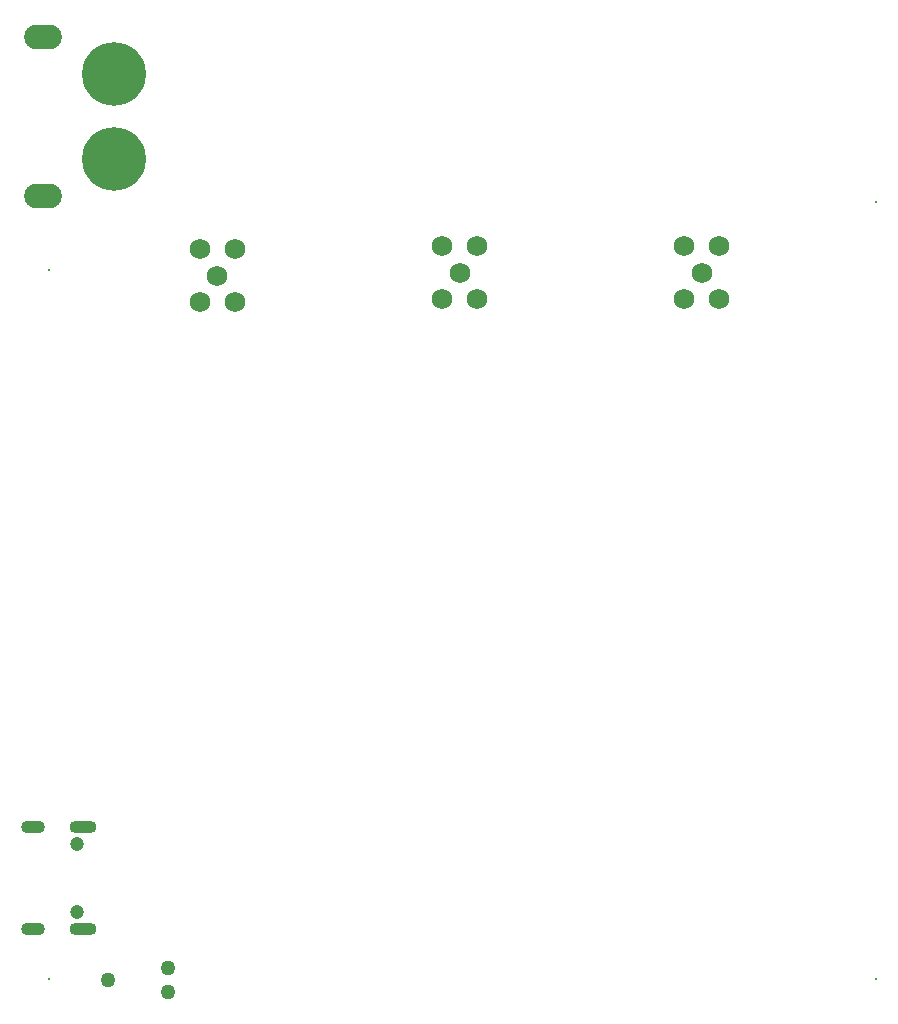
<source format=gbr>
%TF.GenerationSoftware,Altium Limited,Altium Designer,23.1.1 (15)*%
G04 Layer_Color=16711935*
%FSLAX45Y45*%
%MOMM*%
%TF.SameCoordinates,3B15BE60-5205-462F-B1BE-89E8C5D5736D*%
%TF.FilePolarity,Negative*%
%TF.FileFunction,Soldermask,Bot*%
%TF.Part,Single*%
G01*
G75*
%TA.AperFunction,ComponentPad*%
%ADD162C,5.40320*%
%ADD163C,1.72720*%
%ADD164C,1.27020*%
%ADD165C,0.20320*%
%ADD166O,3.20320X2.10320*%
%ADD167C,1.20000*%
%ADD168O,2.30000X1.10000*%
%ADD169O,2.00000X1.10000*%
D162*
X7150000Y10860000D02*
D03*
Y10140000D02*
D03*
D163*
X10225000Y8950000D02*
D03*
X9925000D02*
D03*
X10225000Y9400000D02*
D03*
X9925000D02*
D03*
X10075000Y9175000D02*
D03*
X8175000Y8925000D02*
D03*
X7875000D02*
D03*
X8175000Y9375000D02*
D03*
X7875000D02*
D03*
X8025000Y9150000D02*
D03*
X12275000Y8950000D02*
D03*
X11975000D02*
D03*
X12275000Y9400000D02*
D03*
X11975000D02*
D03*
X12125000Y9175000D02*
D03*
D164*
X7602000Y3084900D02*
D03*
Y3288100D02*
D03*
X7094000Y3186500D02*
D03*
D165*
X6600000Y9200000D02*
D03*
Y3200000D02*
D03*
X13600000D02*
D03*
Y9775000D02*
D03*
D166*
X6550000Y9825000D02*
D03*
Y11175000D02*
D03*
D167*
X6835000Y3760000D02*
D03*
Y4340000D02*
D03*
D168*
X6885000Y4482500D02*
D03*
Y3617500D02*
D03*
D169*
X6465000D02*
D03*
Y4482500D02*
D03*
%TF.MD5,34f1982a69fe891d42a1d59c9c4c039e*%
M02*

</source>
